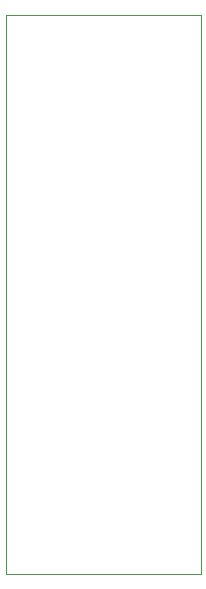
<source format=gbr>
%TF.GenerationSoftware,KiCad,Pcbnew,6.0.11+dfsg-1~bpo11+1*%
%TF.CreationDate,2024-05-12T17:16:57+09:00*%
%TF.ProjectId,pcb-devboard,7063622d-6465-4766-926f-6172642e6b69,rev?*%
%TF.SameCoordinates,Original*%
%TF.FileFunction,Profile,NP*%
%FSLAX46Y46*%
G04 Gerber Fmt 4.6, Leading zero omitted, Abs format (unit mm)*
G04 Created by KiCad (PCBNEW 6.0.11+dfsg-1~bpo11+1) date 2024-05-12 17:16:57*
%MOMM*%
%LPD*%
G01*
G04 APERTURE LIST*
%TA.AperFunction,Profile*%
%ADD10C,0.100000*%
%TD*%
G04 APERTURE END LIST*
D10*
X104775000Y-136525000D02*
X121285000Y-136525000D01*
X121285000Y-136525000D02*
X121285000Y-89154000D01*
X121285000Y-89154000D02*
X104775000Y-89154000D01*
X104775000Y-89154000D02*
X104775000Y-136525000D01*
M02*

</source>
